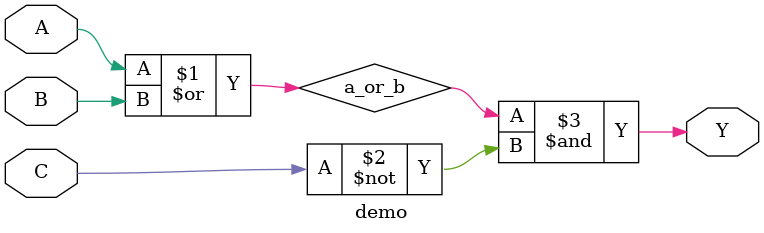
<source format=v>
module demo(A, B, C, Y);
   input  A;
   input  B;
   input  C;
   output Y;

   wire a_or_b;

   assign a_or_b = A | B;
   assign Y = a_or_b & (~C);

endmodule

</source>
